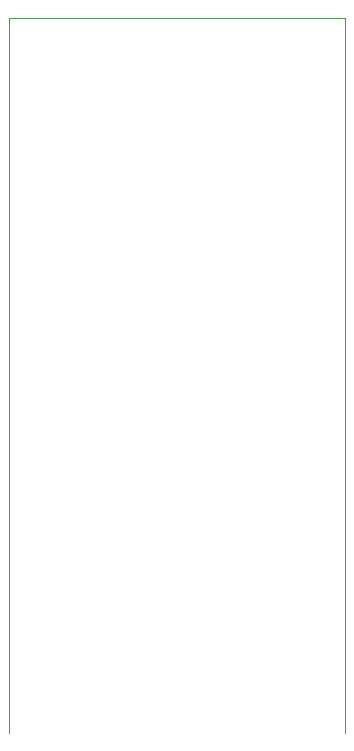
<source format=gbr>
%TF.GenerationSoftware,KiCad,Pcbnew,9.0.6-9.0.6~ubuntu24.04.1*%
%TF.CreationDate,2025-12-05T21:36:51+01:00*%
%TF.ProjectId,pcb,7063622e-6b69-4636-9164-5f7063625858,rev?*%
%TF.SameCoordinates,Original*%
%TF.FileFunction,Profile,NP*%
%FSLAX46Y46*%
G04 Gerber Fmt 4.6, Leading zero omitted, Abs format (unit mm)*
G04 Created by KiCad (PCBNEW 9.0.6-9.0.6~ubuntu24.04.1) date 2025-12-05 21:36:51*
%MOMM*%
%LPD*%
G01*
G04 APERTURE LIST*
%TA.AperFunction,Profile*%
%ADD10C,0.050000*%
%TD*%
G04 APERTURE END LIST*
D10*
X43000000Y-135000000D02*
X14500000Y-135000000D01*
X14500000Y-135000000D02*
X14500000Y-195500000D01*
X43000000Y-195500000D02*
X43000000Y-135000000D01*
M02*

</source>
